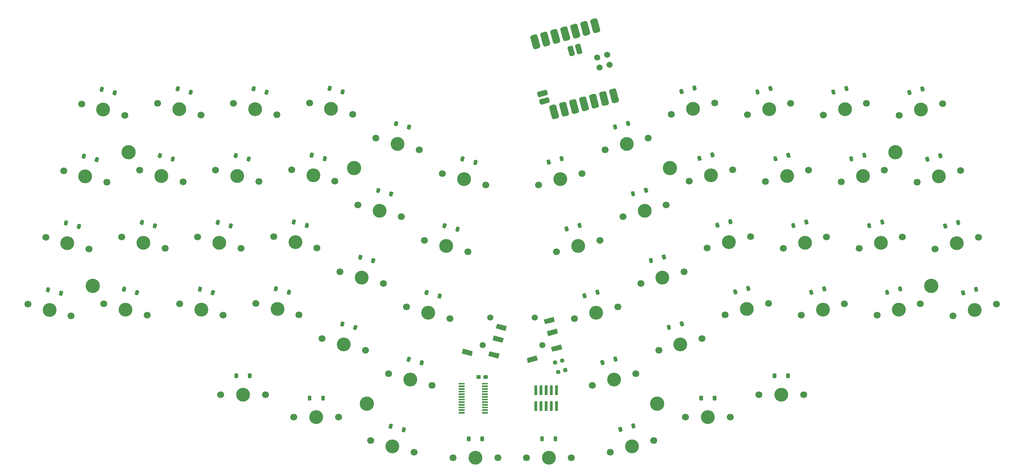
<source format=gts>
G04 #@! TF.GenerationSoftware,KiCad,Pcbnew,7.0.10-7.0.10~ubuntu22.04.1*
G04 #@! TF.CreationDate,2024-01-04T14:14:22+01:00*
G04 #@! TF.ProjectId,ergo56,6572676f-3536-42e6-9b69-6361645f7063,0.2*
G04 #@! TF.SameCoordinates,Original*
G04 #@! TF.FileFunction,Soldermask,Top*
G04 #@! TF.FilePolarity,Negative*
%FSLAX46Y46*%
G04 Gerber Fmt 4.6, Leading zero omitted, Abs format (unit mm)*
G04 Created by KiCad (PCBNEW 7.0.10-7.0.10~ubuntu22.04.1) date 2024-01-04 14:14:22*
%MOMM*%
%LPD*%
G01*
G04 APERTURE LIST*
%ADD10C,1.500000*%
%ADD11C,3.500000*%
%ADD12R,0.740000X2.400000*%
%ADD13C,1.700000*%
%ADD14C,3.400000*%
G04 APERTURE END LIST*
G36*
G01*
X170190735Y-114898718D02*
X169996621Y-114174274D01*
G75*
G02*
X170155720Y-113898707I217333J58234D01*
G01*
X170590386Y-113782239D01*
G75*
G02*
X170865953Y-113941338I58234J-217333D01*
G01*
X171060067Y-114665782D01*
G75*
G02*
X170900968Y-114941349I-217333J-58234D01*
G01*
X170466302Y-115057817D01*
G75*
G02*
X170190735Y-114898718I-58234J217333D01*
G01*
G37*
G36*
G01*
X173378291Y-114044616D02*
X173184177Y-113320172D01*
G75*
G02*
X173343276Y-113044605I217333J58234D01*
G01*
X173777942Y-112928137D01*
G75*
G02*
X174053509Y-113087236I58234J-217333D01*
G01*
X174247623Y-113811680D01*
G75*
G02*
X174088524Y-114087247I-217333J-58234D01*
G01*
X173653858Y-114203715D01*
G75*
G02*
X173378291Y-114044616I-58234J217333D01*
G01*
G37*
G36*
G01*
X202812947Y-97553178D02*
X202618833Y-96828734D01*
G75*
G02*
X202777932Y-96553167I217333J58234D01*
G01*
X203212598Y-96436699D01*
G75*
G02*
X203488165Y-96595798I58234J-217333D01*
G01*
X203682279Y-97320242D01*
G75*
G02*
X203523180Y-97595809I-217333J-58234D01*
G01*
X203088514Y-97712277D01*
G75*
G02*
X202812947Y-97553178I-58234J217333D01*
G01*
G37*
G36*
G01*
X206000503Y-96699076D02*
X205806389Y-95974632D01*
G75*
G02*
X205965488Y-95699065I217333J58234D01*
G01*
X206400154Y-95582597D01*
G75*
G02*
X206675721Y-95741696I58234J-217333D01*
G01*
X206869835Y-96466140D01*
G75*
G02*
X206710736Y-96741707I-217333J-58234D01*
G01*
X206276070Y-96858175D01*
G75*
G02*
X206000503Y-96699076I-58234J217333D01*
G01*
G37*
G36*
G01*
X221473686Y-97649329D02*
X221279572Y-96924885D01*
G75*
G02*
X221438671Y-96649318I217333J58234D01*
G01*
X221873337Y-96532850D01*
G75*
G02*
X222148904Y-96691949I58234J-217333D01*
G01*
X222343018Y-97416393D01*
G75*
G02*
X222183919Y-97691960I-217333J-58234D01*
G01*
X221749253Y-97808428D01*
G75*
G02*
X221473686Y-97649329I-58234J217333D01*
G01*
G37*
G36*
G01*
X224661242Y-96795227D02*
X224467128Y-96070783D01*
G75*
G02*
X224626227Y-95795216I217333J58234D01*
G01*
X225060893Y-95678748D01*
G75*
G02*
X225336460Y-95837847I58234J-217333D01*
G01*
X225530574Y-96562291D01*
G75*
G02*
X225371475Y-96837858I-217333J-58234D01*
G01*
X224936809Y-96954326D01*
G75*
G02*
X224661242Y-96795227I-58234J217333D01*
G01*
G37*
G36*
G01*
X240110505Y-97656237D02*
X239916391Y-96931793D01*
G75*
G02*
X240075490Y-96656226I217333J58234D01*
G01*
X240510156Y-96539758D01*
G75*
G02*
X240785723Y-96698857I58234J-217333D01*
G01*
X240979837Y-97423301D01*
G75*
G02*
X240820738Y-97698868I-217333J-58234D01*
G01*
X240386072Y-97815336D01*
G75*
G02*
X240110505Y-97656237I-58234J217333D01*
G01*
G37*
G36*
G01*
X243298061Y-96802135D02*
X243103947Y-96077691D01*
G75*
G02*
X243263046Y-95802124I217333J58234D01*
G01*
X243697712Y-95685656D01*
G75*
G02*
X243973279Y-95844755I58234J-217333D01*
G01*
X244167393Y-96569199D01*
G75*
G02*
X244008294Y-96844766I-217333J-58234D01*
G01*
X243573628Y-96961234D01*
G75*
G02*
X243298061Y-96802135I-58234J217333D01*
G01*
G37*
G36*
G01*
X258771241Y-97752375D02*
X258577127Y-97027931D01*
G75*
G02*
X258736226Y-96752364I217333J58234D01*
G01*
X259170892Y-96635896D01*
G75*
G02*
X259446459Y-96794995I58234J-217333D01*
G01*
X259640573Y-97519439D01*
G75*
G02*
X259481474Y-97795006I-217333J-58234D01*
G01*
X259046808Y-97911474D01*
G75*
G02*
X258771241Y-97752375I-58234J217333D01*
G01*
G37*
G36*
G01*
X261958797Y-96898273D02*
X261764683Y-96173829D01*
G75*
G02*
X261923782Y-95898262I217333J58234D01*
G01*
X262358448Y-95781794D01*
G75*
G02*
X262634015Y-95940893I58234J-217333D01*
G01*
X262828129Y-96665337D01*
G75*
G02*
X262669030Y-96940904I-217333J-58234D01*
G01*
X262234364Y-97057372D01*
G75*
G02*
X261958797Y-96898273I-58234J217333D01*
G01*
G37*
G36*
G01*
X38241810Y-80353316D02*
X38435924Y-79628872D01*
G75*
G02*
X38711491Y-79469773I217333J-58234D01*
G01*
X39146157Y-79586241D01*
G75*
G02*
X39305256Y-79861808I-58234J-217333D01*
G01*
X39111142Y-80586252D01*
G75*
G02*
X38835575Y-80745351I-217333J58234D01*
G01*
X38400909Y-80628883D01*
G75*
G02*
X38241810Y-80353316I58234J217333D01*
G01*
G37*
G36*
G01*
X41429366Y-81207418D02*
X41623480Y-80482974D01*
G75*
G02*
X41899047Y-80323875I217333J-58234D01*
G01*
X42333713Y-80440343D01*
G75*
G02*
X42492812Y-80715910I-58234J-217333D01*
G01*
X42298698Y-81440354D01*
G75*
G02*
X42023131Y-81599453I-217333J58234D01*
G01*
X41588465Y-81482985D01*
G75*
G02*
X41429366Y-81207418I58234J217333D01*
G01*
G37*
G36*
G01*
X56913681Y-80215633D02*
X57107795Y-79491189D01*
G75*
G02*
X57383362Y-79332090I217333J-58234D01*
G01*
X57818028Y-79448558D01*
G75*
G02*
X57977127Y-79724125I-58234J-217333D01*
G01*
X57783013Y-80448569D01*
G75*
G02*
X57507446Y-80607668I-217333J58234D01*
G01*
X57072780Y-80491200D01*
G75*
G02*
X56913681Y-80215633I58234J217333D01*
G01*
G37*
G36*
G01*
X60101237Y-81069735D02*
X60295351Y-80345291D01*
G75*
G02*
X60570918Y-80186192I217333J-58234D01*
G01*
X61005584Y-80302660D01*
G75*
G02*
X61164683Y-80578227I-58234J-217333D01*
G01*
X60970569Y-81302671D01*
G75*
G02*
X60695002Y-81461770I-217333J58234D01*
G01*
X60260336Y-81345302D01*
G75*
G02*
X60101237Y-81069735I58234J217333D01*
G01*
G37*
G36*
G01*
X75550388Y-80209138D02*
X75744502Y-79484694D01*
G75*
G02*
X76020069Y-79325595I217333J-58234D01*
G01*
X76454735Y-79442063D01*
G75*
G02*
X76613834Y-79717630I-58234J-217333D01*
G01*
X76419720Y-80442074D01*
G75*
G02*
X76144153Y-80601173I-217333J58234D01*
G01*
X75709487Y-80484705D01*
G75*
G02*
X75550388Y-80209138I58234J217333D01*
G01*
G37*
G36*
G01*
X78737944Y-81063240D02*
X78932058Y-80338796D01*
G75*
G02*
X79207625Y-80179697I217333J-58234D01*
G01*
X79642291Y-80296165D01*
G75*
G02*
X79801390Y-80571732I-58234J-217333D01*
G01*
X79607276Y-81296176D01*
G75*
G02*
X79331709Y-81455275I-217333J58234D01*
G01*
X78897043Y-81338807D01*
G75*
G02*
X78737944Y-81063240I58234J217333D01*
G01*
G37*
G36*
G01*
X94211133Y-80112984D02*
X94405247Y-79388540D01*
G75*
G02*
X94680814Y-79229441I217333J-58234D01*
G01*
X95115480Y-79345909D01*
G75*
G02*
X95274579Y-79621476I-58234J-217333D01*
G01*
X95080465Y-80345920D01*
G75*
G02*
X94804898Y-80505019I-217333J58234D01*
G01*
X94370232Y-80388551D01*
G75*
G02*
X94211133Y-80112984I58234J217333D01*
G01*
G37*
G36*
G01*
X97398689Y-80967086D02*
X97592803Y-80242642D01*
G75*
G02*
X97868370Y-80083543I217333J-58234D01*
G01*
X98303036Y-80200011D01*
G75*
G02*
X98462135Y-80475578I-58234J-217333D01*
G01*
X98268021Y-81200022D01*
G75*
G02*
X97992454Y-81359121I-217333J58234D01*
G01*
X97557788Y-81242653D01*
G75*
G02*
X97398689Y-80967086I58234J217333D01*
G01*
G37*
G36*
G01*
X110522234Y-88785758D02*
X110716348Y-88061314D01*
G75*
G02*
X110991915Y-87902215I217333J-58234D01*
G01*
X111426581Y-88018683D01*
G75*
G02*
X111585680Y-88294250I-58234J-217333D01*
G01*
X111391566Y-89018694D01*
G75*
G02*
X111115999Y-89177793I-217333J58234D01*
G01*
X110681333Y-89061325D01*
G75*
G02*
X110522234Y-88785758I58234J217333D01*
G01*
G37*
G36*
G01*
X113709790Y-89639860D02*
X113903904Y-88915416D01*
G75*
G02*
X114179471Y-88756317I217333J-58234D01*
G01*
X114614137Y-88872785D01*
G75*
G02*
X114773236Y-89148352I-58234J-217333D01*
G01*
X114579122Y-89872796D01*
G75*
G02*
X114303555Y-90031895I-217333J58234D01*
G01*
X113868889Y-89915427D01*
G75*
G02*
X113709790Y-89639860I58234J217333D01*
G01*
G37*
G36*
G01*
X126833339Y-97458538D02*
X127027453Y-96734094D01*
G75*
G02*
X127303020Y-96574995I217333J-58234D01*
G01*
X127737686Y-96691463D01*
G75*
G02*
X127896785Y-96967030I-58234J-217333D01*
G01*
X127702671Y-97691474D01*
G75*
G02*
X127427104Y-97850573I-217333J58234D01*
G01*
X126992438Y-97734105D01*
G75*
G02*
X126833339Y-97458538I58234J217333D01*
G01*
G37*
G36*
G01*
X130020895Y-98312640D02*
X130215009Y-97588196D01*
G75*
G02*
X130490576Y-97429097I217333J-58234D01*
G01*
X130925242Y-97545565D01*
G75*
G02*
X131084341Y-97821132I-58234J-217333D01*
G01*
X130890227Y-98545576D01*
G75*
G02*
X130614660Y-98704675I-217333J58234D01*
G01*
X130179994Y-98588207D01*
G75*
G02*
X130020895Y-98312640I58234J217333D01*
G01*
G37*
G36*
G01*
X165790800Y-98477972D02*
X165596686Y-97753528D01*
G75*
G02*
X165755785Y-97477961I217333J58234D01*
G01*
X166190451Y-97361493D01*
G75*
G02*
X166466018Y-97520592I58234J-217333D01*
G01*
X166660132Y-98245036D01*
G75*
G02*
X166501033Y-98520603I-217333J-58234D01*
G01*
X166066367Y-98637071D01*
G75*
G02*
X165790800Y-98477972I-58234J217333D01*
G01*
G37*
G36*
G01*
X168978356Y-97623870D02*
X168784242Y-96899426D01*
G75*
G02*
X168943341Y-96623859I217333J58234D01*
G01*
X169378007Y-96507391D01*
G75*
G02*
X169653574Y-96666490I58234J-217333D01*
G01*
X169847688Y-97390934D01*
G75*
G02*
X169688589Y-97666501I-217333J-58234D01*
G01*
X169253923Y-97782969D01*
G75*
G02*
X168978356Y-97623870I-58234J217333D01*
G01*
G37*
G36*
G01*
X182101913Y-89805207D02*
X181907799Y-89080763D01*
G75*
G02*
X182066898Y-88805196I217333J58234D01*
G01*
X182501564Y-88688728D01*
G75*
G02*
X182777131Y-88847827I58234J-217333D01*
G01*
X182971245Y-89572271D01*
G75*
G02*
X182812146Y-89847838I-217333J-58234D01*
G01*
X182377480Y-89964306D01*
G75*
G02*
X182101913Y-89805207I-58234J217333D01*
G01*
G37*
G36*
G01*
X185289469Y-88951105D02*
X185095355Y-88226661D01*
G75*
G02*
X185254454Y-87951094I217333J58234D01*
G01*
X185689120Y-87834626D01*
G75*
G02*
X185964687Y-87993725I58234J-217333D01*
G01*
X186158801Y-88718169D01*
G75*
G02*
X185999702Y-88993736I-217333J-58234D01*
G01*
X185565036Y-89110204D01*
G75*
G02*
X185289469Y-88951105I-58234J217333D01*
G01*
G37*
G36*
G01*
X198413029Y-81132429D02*
X198218915Y-80407985D01*
G75*
G02*
X198378014Y-80132418I217333J58234D01*
G01*
X198812680Y-80015950D01*
G75*
G02*
X199088247Y-80175049I58234J-217333D01*
G01*
X199282361Y-80899493D01*
G75*
G02*
X199123262Y-81175060I-217333J-58234D01*
G01*
X198688596Y-81291528D01*
G75*
G02*
X198413029Y-81132429I-58234J217333D01*
G01*
G37*
G36*
G01*
X201600585Y-80278327D02*
X201406471Y-79553883D01*
G75*
G02*
X201565570Y-79278316I217333J58234D01*
G01*
X202000236Y-79161848D01*
G75*
G02*
X202275803Y-79320947I58234J-217333D01*
G01*
X202469917Y-80045391D01*
G75*
G02*
X202310818Y-80320958I-217333J-58234D01*
G01*
X201876152Y-80437426D01*
G75*
G02*
X201600585Y-80278327I-58234J217333D01*
G01*
G37*
G36*
G01*
X217073757Y-81228577D02*
X216879643Y-80504133D01*
G75*
G02*
X217038742Y-80228566I217333J58234D01*
G01*
X217473408Y-80112098D01*
G75*
G02*
X217748975Y-80271197I58234J-217333D01*
G01*
X217943089Y-80995641D01*
G75*
G02*
X217783990Y-81271208I-217333J-58234D01*
G01*
X217349324Y-81387676D01*
G75*
G02*
X217073757Y-81228577I-58234J217333D01*
G01*
G37*
G36*
G01*
X220261313Y-80374475D02*
X220067199Y-79650031D01*
G75*
G02*
X220226298Y-79374464I217333J58234D01*
G01*
X220660964Y-79257996D01*
G75*
G02*
X220936531Y-79417095I58234J-217333D01*
G01*
X221130645Y-80141539D01*
G75*
G02*
X220971546Y-80417106I-217333J-58234D01*
G01*
X220536880Y-80533574D01*
G75*
G02*
X220261313Y-80374475I-58234J217333D01*
G01*
G37*
G36*
G01*
X235710584Y-81235475D02*
X235516470Y-80511031D01*
G75*
G02*
X235675569Y-80235464I217333J58234D01*
G01*
X236110235Y-80118996D01*
G75*
G02*
X236385802Y-80278095I58234J-217333D01*
G01*
X236579916Y-81002539D01*
G75*
G02*
X236420817Y-81278106I-217333J-58234D01*
G01*
X235986151Y-81394574D01*
G75*
G02*
X235710584Y-81235475I-58234J217333D01*
G01*
G37*
G36*
G01*
X238898140Y-80381373D02*
X238704026Y-79656929D01*
G75*
G02*
X238863125Y-79381362I217333J58234D01*
G01*
X239297791Y-79264894D01*
G75*
G02*
X239573358Y-79423993I58234J-217333D01*
G01*
X239767472Y-80148437D01*
G75*
G02*
X239608373Y-80424004I-217333J-58234D01*
G01*
X239173707Y-80540472D01*
G75*
G02*
X238898140Y-80381373I-58234J217333D01*
G01*
G37*
G36*
G01*
X254371324Y-81331628D02*
X254177210Y-80607184D01*
G75*
G02*
X254336309Y-80331617I217333J58234D01*
G01*
X254770975Y-80215149D01*
G75*
G02*
X255046542Y-80374248I58234J-217333D01*
G01*
X255240656Y-81098692D01*
G75*
G02*
X255081557Y-81374259I-217333J-58234D01*
G01*
X254646891Y-81490727D01*
G75*
G02*
X254371324Y-81331628I-58234J217333D01*
G01*
G37*
G36*
G01*
X257558880Y-80477526D02*
X257364766Y-79753082D01*
G75*
G02*
X257523865Y-79477515I217333J58234D01*
G01*
X257958531Y-79361047D01*
G75*
G02*
X258234098Y-79520146I58234J-217333D01*
G01*
X258428212Y-80244590D01*
G75*
G02*
X258269113Y-80520157I-217333J-58234D01*
G01*
X257834447Y-80636625D01*
G75*
G02*
X257558880Y-80477526I-58234J217333D01*
G01*
G37*
G36*
G01*
X42641745Y-63932587D02*
X42835859Y-63208143D01*
G75*
G02*
X43111426Y-63049044I217333J-58234D01*
G01*
X43546092Y-63165512D01*
G75*
G02*
X43705191Y-63441079I-58234J-217333D01*
G01*
X43511077Y-64165523D01*
G75*
G02*
X43235510Y-64324622I-217333J58234D01*
G01*
X42800844Y-64208154D01*
G75*
G02*
X42641745Y-63932587I58234J217333D01*
G01*
G37*
G36*
G01*
X45829301Y-64786689D02*
X46023415Y-64062245D01*
G75*
G02*
X46298982Y-63903146I217333J-58234D01*
G01*
X46733648Y-64019614D01*
G75*
G02*
X46892747Y-64295181I-58234J-217333D01*
G01*
X46698633Y-65019625D01*
G75*
G02*
X46423066Y-65178724I-217333J58234D01*
G01*
X45988400Y-65062256D01*
G75*
G02*
X45829301Y-64786689I58234J217333D01*
G01*
G37*
G36*
G01*
X61313606Y-63794885D02*
X61507720Y-63070441D01*
G75*
G02*
X61783287Y-62911342I217333J-58234D01*
G01*
X62217953Y-63027810D01*
G75*
G02*
X62377052Y-63303377I-58234J-217333D01*
G01*
X62182938Y-64027821D01*
G75*
G02*
X61907371Y-64186920I-217333J58234D01*
G01*
X61472705Y-64070452D01*
G75*
G02*
X61313606Y-63794885I58234J217333D01*
G01*
G37*
G36*
G01*
X64501162Y-64648987D02*
X64695276Y-63924543D01*
G75*
G02*
X64970843Y-63765444I217333J-58234D01*
G01*
X65405509Y-63881912D01*
G75*
G02*
X65564608Y-64157479I-58234J-217333D01*
G01*
X65370494Y-64881923D01*
G75*
G02*
X65094927Y-65041022I-217333J58234D01*
G01*
X64660261Y-64924554D01*
G75*
G02*
X64501162Y-64648987I58234J217333D01*
G01*
G37*
G36*
G01*
X79950308Y-63788405D02*
X80144422Y-63063961D01*
G75*
G02*
X80419989Y-62904862I217333J-58234D01*
G01*
X80854655Y-63021330D01*
G75*
G02*
X81013754Y-63296897I-58234J-217333D01*
G01*
X80819640Y-64021341D01*
G75*
G02*
X80544073Y-64180440I-217333J58234D01*
G01*
X80109407Y-64063972D01*
G75*
G02*
X79950308Y-63788405I58234J217333D01*
G01*
G37*
G36*
G01*
X83137864Y-64642507D02*
X83331978Y-63918063D01*
G75*
G02*
X83607545Y-63758964I217333J-58234D01*
G01*
X84042211Y-63875432D01*
G75*
G02*
X84201310Y-64150999I-58234J-217333D01*
G01*
X84007196Y-64875443D01*
G75*
G02*
X83731629Y-65034542I-217333J58234D01*
G01*
X83296963Y-64918074D01*
G75*
G02*
X83137864Y-64642507I58234J217333D01*
G01*
G37*
G36*
G01*
X98611058Y-63692255D02*
X98805172Y-62967811D01*
G75*
G02*
X99080739Y-62808712I217333J-58234D01*
G01*
X99515405Y-62925180D01*
G75*
G02*
X99674504Y-63200747I-58234J-217333D01*
G01*
X99480390Y-63925191D01*
G75*
G02*
X99204823Y-64084290I-217333J58234D01*
G01*
X98770157Y-63967822D01*
G75*
G02*
X98611058Y-63692255I58234J217333D01*
G01*
G37*
G36*
G01*
X101798614Y-64546357D02*
X101992728Y-63821913D01*
G75*
G02*
X102268295Y-63662814I217333J-58234D01*
G01*
X102702961Y-63779282D01*
G75*
G02*
X102862060Y-64054849I-58234J-217333D01*
G01*
X102667946Y-64779293D01*
G75*
G02*
X102392379Y-64938392I-217333J58234D01*
G01*
X101957713Y-64821924D01*
G75*
G02*
X101798614Y-64546357I58234J217333D01*
G01*
G37*
G36*
G01*
X114922164Y-72365026D02*
X115116278Y-71640582D01*
G75*
G02*
X115391845Y-71481483I217333J-58234D01*
G01*
X115826511Y-71597951D01*
G75*
G02*
X115985610Y-71873518I-58234J-217333D01*
G01*
X115791496Y-72597962D01*
G75*
G02*
X115515929Y-72757061I-217333J58234D01*
G01*
X115081263Y-72640593D01*
G75*
G02*
X114922164Y-72365026I58234J217333D01*
G01*
G37*
G36*
G01*
X118109720Y-73219128D02*
X118303834Y-72494684D01*
G75*
G02*
X118579401Y-72335585I217333J-58234D01*
G01*
X119014067Y-72452053D01*
G75*
G02*
X119173166Y-72727620I-58234J-217333D01*
G01*
X118979052Y-73452064D01*
G75*
G02*
X118703485Y-73611163I-217333J58234D01*
G01*
X118268819Y-73494695D01*
G75*
G02*
X118109720Y-73219128I58234J217333D01*
G01*
G37*
G36*
G01*
X131233263Y-81037801D02*
X131427377Y-80313357D01*
G75*
G02*
X131702944Y-80154258I217333J-58234D01*
G01*
X132137610Y-80270726D01*
G75*
G02*
X132296709Y-80546293I-58234J-217333D01*
G01*
X132102595Y-81270737D01*
G75*
G02*
X131827028Y-81429836I-217333J58234D01*
G01*
X131392362Y-81313368D01*
G75*
G02*
X131233263Y-81037801I58234J217333D01*
G01*
G37*
G36*
G01*
X134420819Y-81891903D02*
X134614933Y-81167459D01*
G75*
G02*
X134890500Y-81008360I217333J-58234D01*
G01*
X135325166Y-81124828D01*
G75*
G02*
X135484265Y-81400395I-58234J-217333D01*
G01*
X135290151Y-82124839D01*
G75*
G02*
X135014584Y-82283938I-217333J58234D01*
G01*
X134579918Y-82167470D01*
G75*
G02*
X134420819Y-81891903I58234J217333D01*
G01*
G37*
G36*
G01*
X161390874Y-82057236D02*
X161196760Y-81332792D01*
G75*
G02*
X161355859Y-81057225I217333J58234D01*
G01*
X161790525Y-80940757D01*
G75*
G02*
X162066092Y-81099856I58234J-217333D01*
G01*
X162260206Y-81824300D01*
G75*
G02*
X162101107Y-82099867I-217333J-58234D01*
G01*
X161666441Y-82216335D01*
G75*
G02*
X161390874Y-82057236I-58234J217333D01*
G01*
G37*
G36*
G01*
X164578430Y-81203134D02*
X164384316Y-80478690D01*
G75*
G02*
X164543415Y-80203123I217333J58234D01*
G01*
X164978081Y-80086655D01*
G75*
G02*
X165253648Y-80245754I58234J-217333D01*
G01*
X165447762Y-80970198D01*
G75*
G02*
X165288663Y-81245765I-217333J-58234D01*
G01*
X164853997Y-81362233D01*
G75*
G02*
X164578430Y-81203134I-58234J217333D01*
G01*
G37*
G36*
G01*
X177701990Y-73384476D02*
X177507876Y-72660032D01*
G75*
G02*
X177666975Y-72384465I217333J58234D01*
G01*
X178101641Y-72267997D01*
G75*
G02*
X178377208Y-72427096I58234J-217333D01*
G01*
X178571322Y-73151540D01*
G75*
G02*
X178412223Y-73427107I-217333J-58234D01*
G01*
X177977557Y-73543575D01*
G75*
G02*
X177701990Y-73384476I-58234J217333D01*
G01*
G37*
G36*
G01*
X180889546Y-72530374D02*
X180695432Y-71805930D01*
G75*
G02*
X180854531Y-71530363I217333J58234D01*
G01*
X181289197Y-71413895D01*
G75*
G02*
X181564764Y-71572994I58234J-217333D01*
G01*
X181758878Y-72297438D01*
G75*
G02*
X181599779Y-72573005I-217333J-58234D01*
G01*
X181165113Y-72689473D01*
G75*
G02*
X180889546Y-72530374I-58234J217333D01*
G01*
G37*
G36*
G01*
X194013103Y-64711695D02*
X193818989Y-63987251D01*
G75*
G02*
X193978088Y-63711684I217333J58234D01*
G01*
X194412754Y-63595216D01*
G75*
G02*
X194688321Y-63754315I58234J-217333D01*
G01*
X194882435Y-64478759D01*
G75*
G02*
X194723336Y-64754326I-217333J-58234D01*
G01*
X194288670Y-64870794D01*
G75*
G02*
X194013103Y-64711695I-58234J217333D01*
G01*
G37*
G36*
G01*
X197200659Y-63857593D02*
X197006545Y-63133149D01*
G75*
G02*
X197165644Y-62857582I217333J58234D01*
G01*
X197600310Y-62741114D01*
G75*
G02*
X197875877Y-62900213I58234J-217333D01*
G01*
X198069991Y-63624657D01*
G75*
G02*
X197910892Y-63900224I-217333J-58234D01*
G01*
X197476226Y-64016692D01*
G75*
G02*
X197200659Y-63857593I-58234J217333D01*
G01*
G37*
G36*
G01*
X212673847Y-64807847D02*
X212479733Y-64083403D01*
G75*
G02*
X212638832Y-63807836I217333J58234D01*
G01*
X213073498Y-63691368D01*
G75*
G02*
X213349065Y-63850467I58234J-217333D01*
G01*
X213543179Y-64574911D01*
G75*
G02*
X213384080Y-64850478I-217333J-58234D01*
G01*
X212949414Y-64966946D01*
G75*
G02*
X212673847Y-64807847I-58234J217333D01*
G01*
G37*
G36*
G01*
X215861403Y-63953745D02*
X215667289Y-63229301D01*
G75*
G02*
X215826388Y-62953734I217333J58234D01*
G01*
X216261054Y-62837266D01*
G75*
G02*
X216536621Y-62996365I58234J-217333D01*
G01*
X216730735Y-63720809D01*
G75*
G02*
X216571636Y-63996376I-217333J-58234D01*
G01*
X216136970Y-64112844D01*
G75*
G02*
X215861403Y-63953745I-58234J217333D01*
G01*
G37*
G36*
G01*
X231310663Y-64814761D02*
X231116549Y-64090317D01*
G75*
G02*
X231275648Y-63814750I217333J58234D01*
G01*
X231710314Y-63698282D01*
G75*
G02*
X231985881Y-63857381I58234J-217333D01*
G01*
X232179995Y-64581825D01*
G75*
G02*
X232020896Y-64857392I-217333J-58234D01*
G01*
X231586230Y-64973860D01*
G75*
G02*
X231310663Y-64814761I-58234J217333D01*
G01*
G37*
G36*
G01*
X234498219Y-63960659D02*
X234304105Y-63236215D01*
G75*
G02*
X234463204Y-62960648I217333J58234D01*
G01*
X234897870Y-62844180D01*
G75*
G02*
X235173437Y-63003279I58234J-217333D01*
G01*
X235367551Y-63727723D01*
G75*
G02*
X235208452Y-64003290I-217333J-58234D01*
G01*
X234773786Y-64119758D01*
G75*
G02*
X234498219Y-63960659I-58234J217333D01*
G01*
G37*
G36*
G01*
X249971390Y-64910891D02*
X249777276Y-64186447D01*
G75*
G02*
X249936375Y-63910880I217333J58234D01*
G01*
X250371041Y-63794412D01*
G75*
G02*
X250646608Y-63953511I58234J-217333D01*
G01*
X250840722Y-64677955D01*
G75*
G02*
X250681623Y-64953522I-217333J-58234D01*
G01*
X250246957Y-65069990D01*
G75*
G02*
X249971390Y-64910891I-58234J217333D01*
G01*
G37*
G36*
G01*
X253158946Y-64056789D02*
X252964832Y-63332345D01*
G75*
G02*
X253123931Y-63056778I217333J58234D01*
G01*
X253558597Y-62940310D01*
G75*
G02*
X253834164Y-63099409I58234J-217333D01*
G01*
X254028278Y-63823853D01*
G75*
G02*
X253869179Y-64099420I-217333J-58234D01*
G01*
X253434513Y-64215888D01*
G75*
G02*
X253158946Y-64056789I-58234J217333D01*
G01*
G37*
G36*
G01*
X98164573Y-123530996D02*
X98164573Y-122780996D01*
G75*
G02*
X98389573Y-122555996I225000J0D01*
G01*
X98839573Y-122555996D01*
G75*
G02*
X99064573Y-122780996I0J-225000D01*
G01*
X99064573Y-123530996D01*
G75*
G02*
X98839573Y-123755996I-225000J0D01*
G01*
X98389573Y-123755996D01*
G75*
G02*
X98164573Y-123530996I0J225000D01*
G01*
G37*
G36*
G01*
X101464573Y-123530996D02*
X101464573Y-122780996D01*
G75*
G02*
X101689573Y-122555996I225000J0D01*
G01*
X102139573Y-122555996D01*
G75*
G02*
X102364573Y-122780996I0J-225000D01*
G01*
X102364573Y-123530996D01*
G75*
G02*
X102139573Y-123755996I-225000J0D01*
G01*
X101689573Y-123755996D01*
G75*
G02*
X101464573Y-123530996I0J225000D01*
G01*
G37*
G36*
G01*
X118024590Y-130330465D02*
X118218704Y-129606021D01*
G75*
G02*
X118494271Y-129446922I217333J-58234D01*
G01*
X118928937Y-129563390D01*
G75*
G02*
X119088036Y-129838957I-58234J-217333D01*
G01*
X118893922Y-130563401D01*
G75*
G02*
X118618355Y-130722500I-217333J58234D01*
G01*
X118183689Y-130606032D01*
G75*
G02*
X118024590Y-130330465I58234J217333D01*
G01*
G37*
G36*
G01*
X121212146Y-131184567D02*
X121406260Y-130460123D01*
G75*
G02*
X121681827Y-130301024I217333J-58234D01*
G01*
X122116493Y-130417492D01*
G75*
G02*
X122275592Y-130693059I-58234J-217333D01*
G01*
X122081478Y-131417503D01*
G75*
G02*
X121805911Y-131576602I-217333J58234D01*
G01*
X121371245Y-131460134D01*
G75*
G02*
X121212146Y-131184567I58234J217333D01*
G01*
G37*
G36*
G01*
X137250572Y-133549992D02*
X137250572Y-132799992D01*
G75*
G02*
X137475572Y-132574992I225000J0D01*
G01*
X137925572Y-132574992D01*
G75*
G02*
X138150572Y-132799992I0J-225000D01*
G01*
X138150572Y-133549992D01*
G75*
G02*
X137925572Y-133774992I-225000J0D01*
G01*
X137475572Y-133774992D01*
G75*
G02*
X137250572Y-133549992I0J225000D01*
G01*
G37*
G36*
G01*
X140550572Y-133549992D02*
X140550572Y-132799992D01*
G75*
G02*
X140775572Y-132574992I225000J0D01*
G01*
X141225572Y-132574992D01*
G75*
G02*
X141450572Y-132799992I0J-225000D01*
G01*
X141450572Y-133549992D01*
G75*
G02*
X141225572Y-133774992I-225000J0D01*
G01*
X140775572Y-133774992D01*
G75*
G02*
X140550572Y-133549992I0J225000D01*
G01*
G37*
G36*
G01*
X174594218Y-131321103D02*
X174400104Y-130596659D01*
G75*
G02*
X174559203Y-130321092I217333J58234D01*
G01*
X174993869Y-130204624D01*
G75*
G02*
X175269436Y-130363723I58234J-217333D01*
G01*
X175463550Y-131088167D01*
G75*
G02*
X175304451Y-131363734I-217333J-58234D01*
G01*
X174869785Y-131480202D01*
G75*
G02*
X174594218Y-131321103I-58234J217333D01*
G01*
G37*
G36*
G01*
X177781774Y-130467001D02*
X177587660Y-129742557D01*
G75*
G02*
X177746759Y-129466990I217333J58234D01*
G01*
X178181425Y-129350522D01*
G75*
G02*
X178456992Y-129509621I58234J-217333D01*
G01*
X178651106Y-130234065D01*
G75*
G02*
X178492007Y-130509632I-217333J-58234D01*
G01*
X178057341Y-130626100D01*
G75*
G02*
X177781774Y-130467001I-58234J217333D01*
G01*
G37*
G36*
G01*
X194336821Y-123530674D02*
X194336821Y-122780674D01*
G75*
G02*
X194561821Y-122555674I225000J0D01*
G01*
X195011821Y-122555674D01*
G75*
G02*
X195236821Y-122780674I0J-225000D01*
G01*
X195236821Y-123530674D01*
G75*
G02*
X195011821Y-123755674I-225000J0D01*
G01*
X194561821Y-123755674D01*
G75*
G02*
X194336821Y-123530674I0J225000D01*
G01*
G37*
G36*
G01*
X197636821Y-123530674D02*
X197636821Y-122780674D01*
G75*
G02*
X197861821Y-122555674I225000J0D01*
G01*
X198311821Y-122555674D01*
G75*
G02*
X198536821Y-122780674I0J-225000D01*
G01*
X198536821Y-123530674D01*
G75*
G02*
X198311821Y-123755674I-225000J0D01*
G01*
X197861821Y-123755674D01*
G75*
G02*
X197636821Y-123530674I0J225000D01*
G01*
G37*
G36*
G01*
X33841895Y-96774061D02*
X34036009Y-96049617D01*
G75*
G02*
X34311576Y-95890518I217333J-58234D01*
G01*
X34746242Y-96006986D01*
G75*
G02*
X34905341Y-96282553I-58234J-217333D01*
G01*
X34711227Y-97006997D01*
G75*
G02*
X34435660Y-97166096I-217333J58234D01*
G01*
X34000994Y-97049628D01*
G75*
G02*
X33841895Y-96774061I58234J217333D01*
G01*
G37*
G36*
G01*
X37029451Y-97628163D02*
X37223565Y-96903719D01*
G75*
G02*
X37499132Y-96744620I217333J-58234D01*
G01*
X37933798Y-96861088D01*
G75*
G02*
X38092897Y-97136655I-58234J-217333D01*
G01*
X37898783Y-97861099D01*
G75*
G02*
X37623216Y-98020198I-217333J58234D01*
G01*
X37188550Y-97903730D01*
G75*
G02*
X37029451Y-97628163I58234J217333D01*
G01*
G37*
G36*
G01*
X52513750Y-96636378D02*
X52707864Y-95911934D01*
G75*
G02*
X52983431Y-95752835I217333J-58234D01*
G01*
X53418097Y-95869303D01*
G75*
G02*
X53577196Y-96144870I-58234J-217333D01*
G01*
X53383082Y-96869314D01*
G75*
G02*
X53107515Y-97028413I-217333J58234D01*
G01*
X52672849Y-96911945D01*
G75*
G02*
X52513750Y-96636378I58234J217333D01*
G01*
G37*
G36*
G01*
X55701306Y-97490480D02*
X55895420Y-96766036D01*
G75*
G02*
X56170987Y-96606937I217333J-58234D01*
G01*
X56605653Y-96723405D01*
G75*
G02*
X56764752Y-96998972I-58234J-217333D01*
G01*
X56570638Y-97723416D01*
G75*
G02*
X56295071Y-97882515I-217333J58234D01*
G01*
X55860405Y-97766047D01*
G75*
G02*
X55701306Y-97490480I58234J217333D01*
G01*
G37*
G36*
G01*
X71150465Y-96629883D02*
X71344579Y-95905439D01*
G75*
G02*
X71620146Y-95746340I217333J-58234D01*
G01*
X72054812Y-95862808D01*
G75*
G02*
X72213911Y-96138375I-58234J-217333D01*
G01*
X72019797Y-96862819D01*
G75*
G02*
X71744230Y-97021918I-217333J58234D01*
G01*
X71309564Y-96905450D01*
G75*
G02*
X71150465Y-96629883I58234J217333D01*
G01*
G37*
G36*
G01*
X74338021Y-97483985D02*
X74532135Y-96759541D01*
G75*
G02*
X74807702Y-96600442I217333J-58234D01*
G01*
X75242368Y-96716910D01*
G75*
G02*
X75401467Y-96992477I-58234J-217333D01*
G01*
X75207353Y-97716921D01*
G75*
G02*
X74931786Y-97876020I-217333J58234D01*
G01*
X74497120Y-97759552D01*
G75*
G02*
X74338021Y-97483985I58234J217333D01*
G01*
G37*
G36*
G01*
X89811196Y-96533735D02*
X90005310Y-95809291D01*
G75*
G02*
X90280877Y-95650192I217333J-58234D01*
G01*
X90715543Y-95766660D01*
G75*
G02*
X90874642Y-96042227I-58234J-217333D01*
G01*
X90680528Y-96766671D01*
G75*
G02*
X90404961Y-96925770I-217333J58234D01*
G01*
X89970295Y-96809302D01*
G75*
G02*
X89811196Y-96533735I58234J217333D01*
G01*
G37*
G36*
G01*
X92998752Y-97387837D02*
X93192866Y-96663393D01*
G75*
G02*
X93468433Y-96504294I217333J-58234D01*
G01*
X93903099Y-96620762D01*
G75*
G02*
X94062198Y-96896329I-58234J-217333D01*
G01*
X93868084Y-97620773D01*
G75*
G02*
X93592517Y-97779872I-217333J58234D01*
G01*
X93157851Y-97663404D01*
G75*
G02*
X92998752Y-97387837I58234J217333D01*
G01*
G37*
G36*
G01*
X106122315Y-105206501D02*
X106316429Y-104482057D01*
G75*
G02*
X106591996Y-104322958I217333J-58234D01*
G01*
X107026662Y-104439426D01*
G75*
G02*
X107185761Y-104714993I-58234J-217333D01*
G01*
X106991647Y-105439437D01*
G75*
G02*
X106716080Y-105598536I-217333J58234D01*
G01*
X106281414Y-105482068D01*
G75*
G02*
X106122315Y-105206501I58234J217333D01*
G01*
G37*
G36*
G01*
X109309871Y-106060603D02*
X109503985Y-105336159D01*
G75*
G02*
X109779552Y-105177060I217333J-58234D01*
G01*
X110214218Y-105293528D01*
G75*
G02*
X110373317Y-105569095I-58234J-217333D01*
G01*
X110179203Y-106293539D01*
G75*
G02*
X109903636Y-106452638I-217333J58234D01*
G01*
X109468970Y-106336170D01*
G75*
G02*
X109309871Y-106060603I58234J217333D01*
G01*
G37*
G36*
G01*
X122433425Y-113879269D02*
X122627539Y-113154825D01*
G75*
G02*
X122903106Y-112995726I217333J-58234D01*
G01*
X123337772Y-113112194D01*
G75*
G02*
X123496871Y-113387761I-58234J-217333D01*
G01*
X123302757Y-114112205D01*
G75*
G02*
X123027190Y-114271304I-217333J58234D01*
G01*
X122592524Y-114154836D01*
G75*
G02*
X122433425Y-113879269I58234J217333D01*
G01*
G37*
G36*
G01*
X125620981Y-114733371D02*
X125815095Y-114008927D01*
G75*
G02*
X126090662Y-113849828I217333J-58234D01*
G01*
X126525328Y-113966296D01*
G75*
G02*
X126684427Y-114241863I-58234J-217333D01*
G01*
X126490313Y-114966307D01*
G75*
G02*
X126214746Y-115125406I-217333J58234D01*
G01*
X125780080Y-115008938D01*
G75*
G02*
X125620981Y-114733371I58234J217333D01*
G01*
G37*
G36*
G01*
X186501844Y-106225944D02*
X186307730Y-105501500D01*
G75*
G02*
X186466829Y-105225933I217333J58234D01*
G01*
X186901495Y-105109465D01*
G75*
G02*
X187177062Y-105268564I58234J-217333D01*
G01*
X187371176Y-105993008D01*
G75*
G02*
X187212077Y-106268575I-217333J-58234D01*
G01*
X186777411Y-106385043D01*
G75*
G02*
X186501844Y-106225944I-58234J217333D01*
G01*
G37*
G36*
G01*
X189689400Y-105371842D02*
X189495286Y-104647398D01*
G75*
G02*
X189654385Y-104371831I217333J58234D01*
G01*
X190089051Y-104255363D01*
G75*
G02*
X190364618Y-104414462I58234J-217333D01*
G01*
X190558732Y-105138906D01*
G75*
G02*
X190399633Y-105414473I-217333J-58234D01*
G01*
X189964967Y-105530941D01*
G75*
G02*
X189689400Y-105371842I-58234J217333D01*
G01*
G37*
D10*
X142971411Y-103387234D03*
X141159678Y-110148715D03*
G36*
X144644443Y-104870798D02*
G01*
X147059258Y-105517845D01*
X146748675Y-106676956D01*
X144333860Y-106029909D01*
X144644443Y-104870798D01*
G37*
G36*
X143867986Y-107768576D02*
G01*
X146282801Y-108415623D01*
X145972218Y-109574734D01*
X143557403Y-108927687D01*
X143867986Y-107768576D01*
G37*
G36*
X136269491Y-111012474D02*
G01*
X138684306Y-111659521D01*
X138373723Y-112818632D01*
X135958908Y-112171585D01*
X136269491Y-111012474D01*
G37*
G36*
X142832710Y-111632279D02*
G01*
X145247525Y-112279326D01*
X144936942Y-113438437D01*
X142522127Y-112791390D01*
X142832710Y-111632279D01*
G37*
G36*
G01*
X65713511Y-47374117D02*
X65907625Y-46649673D01*
G75*
G02*
X66183192Y-46490574I217333J-58234D01*
G01*
X66617858Y-46607042D01*
G75*
G02*
X66776957Y-46882609I-58234J-217333D01*
G01*
X66582843Y-47607053D01*
G75*
G02*
X66307276Y-47766152I-217333J58234D01*
G01*
X65872610Y-47649684D01*
G75*
G02*
X65713511Y-47374117I58234J217333D01*
G01*
G37*
G36*
G01*
X68901067Y-48228219D02*
X69095181Y-47503775D01*
G75*
G02*
X69370748Y-47344676I217333J-58234D01*
G01*
X69805414Y-47461144D01*
G75*
G02*
X69964513Y-47736711I-58234J-217333D01*
G01*
X69770399Y-48461155D01*
G75*
G02*
X69494832Y-48620254I-217333J58234D01*
G01*
X69060166Y-48503786D01*
G75*
G02*
X68901067Y-48228219I58234J217333D01*
G01*
G37*
D11*
X251294969Y-95575136D03*
X112672016Y-124571755D03*
G36*
G01*
X156991010Y-65636496D02*
X156796896Y-64912052D01*
G75*
G02*
X156955995Y-64636485I217333J58234D01*
G01*
X157390661Y-64520017D01*
G75*
G02*
X157666228Y-64679116I58234J-217333D01*
G01*
X157860342Y-65403560D01*
G75*
G02*
X157701243Y-65679127I-217333J-58234D01*
G01*
X157266577Y-65795595D01*
G75*
G02*
X156991010Y-65636496I-58234J217333D01*
G01*
G37*
G36*
G01*
X160178566Y-64782394D02*
X159984452Y-64057950D01*
G75*
G02*
X160143551Y-63782383I217333J58234D01*
G01*
X160578217Y-63665915D01*
G75*
G02*
X160853784Y-63825014I58234J-217333D01*
G01*
X161047898Y-64549458D01*
G75*
G02*
X160888799Y-64825025I-217333J-58234D01*
G01*
X160454133Y-64941493D01*
G75*
G02*
X160178566Y-64782394I-58234J217333D01*
G01*
G37*
X242495081Y-62733607D03*
G36*
G01*
X142370000Y-117745500D02*
X142370000Y-118220500D01*
G75*
G02*
X142132500Y-118458000I-237500J0D01*
G01*
X141532500Y-118458000D01*
G75*
G02*
X141295000Y-118220500I0J237500D01*
G01*
X141295000Y-117745500D01*
G75*
G02*
X141532500Y-117508000I237500J0D01*
G01*
X142132500Y-117508000D01*
G75*
G02*
X142370000Y-117745500I0J-237500D01*
G01*
G37*
G36*
G01*
X140645000Y-117745500D02*
X140645000Y-118220500D01*
G75*
G02*
X140407500Y-118458000I-237500J0D01*
G01*
X139807500Y-118458000D01*
G75*
G02*
X139570000Y-118220500I0J237500D01*
G01*
X139570000Y-117745500D01*
G75*
G02*
X139807500Y-117508000I237500J0D01*
G01*
X140407500Y-117508000D01*
G75*
G02*
X140645000Y-117745500I0J-237500D01*
G01*
G37*
G36*
G01*
X226910725Y-48393992D02*
X226716611Y-47669548D01*
G75*
G02*
X226875710Y-47393981I217333J58234D01*
G01*
X227310376Y-47277513D01*
G75*
G02*
X227585943Y-47436612I58234J-217333D01*
G01*
X227780057Y-48161056D01*
G75*
G02*
X227620958Y-48436623I-217333J-58234D01*
G01*
X227186292Y-48553091D01*
G75*
G02*
X226910725Y-48393992I-58234J217333D01*
G01*
G37*
G36*
G01*
X230098281Y-47539890D02*
X229904167Y-46815446D01*
G75*
G02*
X230063266Y-46539879I217333J58234D01*
G01*
X230497932Y-46423411D01*
G75*
G02*
X230773499Y-46582510I58234J-217333D01*
G01*
X230967613Y-47306954D01*
G75*
G02*
X230808514Y-47582521I-217333J-58234D01*
G01*
X230373848Y-47698989D01*
G75*
G02*
X230098281Y-47539890I-58234J217333D01*
G01*
G37*
G36*
G01*
X173302070Y-56963767D02*
X173107956Y-56239323D01*
G75*
G02*
X173267055Y-55963756I217333J58234D01*
G01*
X173701721Y-55847288D01*
G75*
G02*
X173977288Y-56006387I58234J-217333D01*
G01*
X174171402Y-56730831D01*
G75*
G02*
X174012303Y-57006398I-217333J-58234D01*
G01*
X173577637Y-57122866D01*
G75*
G02*
X173302070Y-56963767I-58234J217333D01*
G01*
G37*
G36*
G01*
X176489626Y-56109665D02*
X176295512Y-55385221D01*
G75*
G02*
X176454611Y-55109654I217333J58234D01*
G01*
X176889277Y-54993186D01*
G75*
G02*
X177164844Y-55152285I58234J-217333D01*
G01*
X177358958Y-55876729D01*
G75*
G02*
X177199859Y-56152296I-217333J-58234D01*
G01*
X176765193Y-56268764D01*
G75*
G02*
X176489626Y-56109665I-58234J217333D01*
G01*
G37*
X187139552Y-66624529D03*
G36*
G01*
X161822376Y-115916776D02*
X161945315Y-116375591D01*
G75*
G02*
X161777378Y-116666468I-229407J-61470D01*
G01*
X161294415Y-116795877D01*
G75*
G02*
X161003538Y-116627940I-61470J229407D01*
G01*
X160880599Y-116169125D01*
G75*
G02*
X161048536Y-115878248I229407J61470D01*
G01*
X161531499Y-115748839D01*
G75*
G02*
X161822376Y-115916776I61470J-229407D01*
G01*
G37*
G36*
G01*
X160059562Y-116389120D02*
X160182501Y-116847935D01*
G75*
G02*
X160014564Y-117138812I-229407J-61470D01*
G01*
X159531601Y-117268221D01*
G75*
G02*
X159240724Y-117100284I-61470J229407D01*
G01*
X159117785Y-116641469D01*
G75*
G02*
X159285722Y-116350592I229407J61470D01*
G01*
X159768685Y-116221183D01*
G75*
G02*
X160059562Y-116389120I61470J-229407D01*
G01*
G37*
G36*
G01*
X245570987Y-48489900D02*
X245376873Y-47765456D01*
G75*
G02*
X245535972Y-47489889I217333J58234D01*
G01*
X245970638Y-47373421D01*
G75*
G02*
X246246205Y-47532520I58234J-217333D01*
G01*
X246440319Y-48256964D01*
G75*
G02*
X246281220Y-48532531I-217333J-58234D01*
G01*
X245846554Y-48648999D01*
G75*
G02*
X245570987Y-48489900I-58234J217333D01*
G01*
G37*
G36*
G01*
X248758543Y-47635798D02*
X248564429Y-46911354D01*
G75*
G02*
X248723528Y-46635787I217333J58234D01*
G01*
X249158194Y-46519319D01*
G75*
G02*
X249433761Y-46678418I58234J-217333D01*
G01*
X249627875Y-47402862D01*
G75*
G02*
X249468776Y-47678429I-217333J-58234D01*
G01*
X249034110Y-47794897D01*
G75*
G02*
X248758543Y-47635798I-58234J217333D01*
G01*
G37*
G36*
G01*
X119322062Y-55944301D02*
X119516176Y-55219857D01*
G75*
G02*
X119791743Y-55060758I217333J-58234D01*
G01*
X120226409Y-55177226D01*
G75*
G02*
X120385508Y-55452793I-58234J-217333D01*
G01*
X120191394Y-56177237D01*
G75*
G02*
X119915827Y-56336336I-217333J58234D01*
G01*
X119481161Y-56219868D01*
G75*
G02*
X119322062Y-55944301I58234J217333D01*
G01*
G37*
G36*
G01*
X122509618Y-56798403D02*
X122703732Y-56073959D01*
G75*
G02*
X122979299Y-55914860I217333J-58234D01*
G01*
X123413965Y-56031328D01*
G75*
G02*
X123573064Y-56306895I-58234J-217333D01*
G01*
X123378950Y-57031339D01*
G75*
G02*
X123103383Y-57190438I-217333J58234D01*
G01*
X122668717Y-57073970D01*
G75*
G02*
X122509618Y-56798403I58234J217333D01*
G01*
G37*
D12*
X159261550Y-121244530D03*
X159261550Y-125144530D03*
X157991550Y-121244530D03*
X157991550Y-125144530D03*
X156721550Y-121244530D03*
X156721550Y-125144530D03*
X155451550Y-121244530D03*
X155451550Y-125144530D03*
X154181550Y-121244530D03*
X154181550Y-125144530D03*
G36*
G01*
X212337165Y-118048497D02*
X212337165Y-117298497D01*
G75*
G02*
X212562165Y-117073497I225000J0D01*
G01*
X213012165Y-117073497D01*
G75*
G02*
X213237165Y-117298497I0J-225000D01*
G01*
X213237165Y-118048497D01*
G75*
G02*
X213012165Y-118273497I-225000J0D01*
G01*
X212562165Y-118273497D01*
G75*
G02*
X212337165Y-118048497I0J225000D01*
G01*
G37*
G36*
G01*
X215637165Y-118048497D02*
X215637165Y-117298497D01*
G75*
G02*
X215862165Y-117073497I225000J0D01*
G01*
X216312165Y-117073497D01*
G75*
G02*
X216537165Y-117298497I0J-225000D01*
G01*
X216537165Y-118048497D01*
G75*
G02*
X216312165Y-118273497I-225000J0D01*
G01*
X215862165Y-118273497D01*
G75*
G02*
X215637165Y-118048497I0J225000D01*
G01*
G37*
G36*
G01*
X135633221Y-64617045D02*
X135827335Y-63892601D01*
G75*
G02*
X136102902Y-63733502I217333J-58234D01*
G01*
X136537568Y-63849970D01*
G75*
G02*
X136696667Y-64125537I-58234J-217333D01*
G01*
X136502553Y-64849981D01*
G75*
G02*
X136226986Y-65009080I-217333J58234D01*
G01*
X135792320Y-64892612D01*
G75*
G02*
X135633221Y-64617045I58234J217333D01*
G01*
G37*
G36*
G01*
X138820777Y-65471147D02*
X139014891Y-64746703D01*
G75*
G02*
X139290458Y-64587604I217333J-58234D01*
G01*
X139725124Y-64704072D01*
G75*
G02*
X139884223Y-64979639I-58234J-217333D01*
G01*
X139690109Y-65704083D01*
G75*
G02*
X139414542Y-65863182I-217333J58234D01*
G01*
X138979876Y-65746714D01*
G75*
G02*
X138820777Y-65471147I58234J217333D01*
G01*
G37*
D10*
X153924918Y-103401916D03*
X155736651Y-110163397D03*
G36*
X156115588Y-103850204D02*
G01*
X158530403Y-103203157D01*
X158840986Y-104362268D01*
X156426171Y-105009315D01*
X156115588Y-103850204D01*
G37*
G36*
X156892046Y-106747981D02*
G01*
X159306861Y-106100934D01*
X159617444Y-107260045D01*
X157202629Y-107907092D01*
X156892046Y-106747981D01*
G37*
G36*
X151933505Y-113356527D02*
G01*
X154348320Y-112709480D01*
X154658903Y-113868591D01*
X152244088Y-114515638D01*
X151933505Y-113356527D01*
G37*
G36*
X157927322Y-110611684D02*
G01*
X160342137Y-109964637D01*
X160652720Y-111123748D01*
X158237905Y-111770795D01*
X157927322Y-110611684D01*
G37*
G36*
G01*
X135214550Y-119719530D02*
X135214550Y-119519530D01*
G75*
G02*
X135314550Y-119419530I100000J0D01*
G01*
X136589550Y-119419530D01*
G75*
G02*
X136689550Y-119519530I0J-100000D01*
G01*
X136689550Y-119719530D01*
G75*
G02*
X136589550Y-119819530I-100000J0D01*
G01*
X135314550Y-119819530D01*
G75*
G02*
X135214550Y-119719530I0J100000D01*
G01*
G37*
G36*
G01*
X135214550Y-120369530D02*
X135214550Y-120169530D01*
G75*
G02*
X135314550Y-120069530I100000J0D01*
G01*
X136589550Y-120069530D01*
G75*
G02*
X136689550Y-120169530I0J-100000D01*
G01*
X136689550Y-120369530D01*
G75*
G02*
X136589550Y-120469530I-100000J0D01*
G01*
X135314550Y-120469530D01*
G75*
G02*
X135214550Y-120369530I0J100000D01*
G01*
G37*
G36*
G01*
X135214550Y-121019530D02*
X135214550Y-120819530D01*
G75*
G02*
X135314550Y-120719530I100000J0D01*
G01*
X136589550Y-120719530D01*
G75*
G02*
X136689550Y-120819530I0J-100000D01*
G01*
X136689550Y-121019530D01*
G75*
G02*
X136589550Y-121119530I-100000J0D01*
G01*
X135314550Y-121119530D01*
G75*
G02*
X135214550Y-121019530I0J100000D01*
G01*
G37*
G36*
G01*
X135214550Y-121669530D02*
X135214550Y-121469530D01*
G75*
G02*
X135314550Y-121369530I100000J0D01*
G01*
X136589550Y-121369530D01*
G75*
G02*
X136689550Y-121469530I0J-100000D01*
G01*
X136689550Y-121669530D01*
G75*
G02*
X136589550Y-121769530I-100000J0D01*
G01*
X135314550Y-121769530D01*
G75*
G02*
X135214550Y-121669530I0J100000D01*
G01*
G37*
G36*
G01*
X135214550Y-122319530D02*
X135214550Y-122119530D01*
G75*
G02*
X135314550Y-122019530I100000J0D01*
G01*
X136589550Y-122019530D01*
G75*
G02*
X136689550Y-122119530I0J-100000D01*
G01*
X136689550Y-122319530D01*
G75*
G02*
X136589550Y-122419530I-100000J0D01*
G01*
X135314550Y-122419530D01*
G75*
G02*
X135214550Y-122319530I0J100000D01*
G01*
G37*
G36*
G01*
X135214550Y-122969530D02*
X135214550Y-122769530D01*
G75*
G02*
X135314550Y-122669530I100000J0D01*
G01*
X136589550Y-122669530D01*
G75*
G02*
X136689550Y-122769530I0J-100000D01*
G01*
X136689550Y-122969530D01*
G75*
G02*
X136589550Y-123069530I-100000J0D01*
G01*
X135314550Y-123069530D01*
G75*
G02*
X135214550Y-122969530I0J100000D01*
G01*
G37*
G36*
G01*
X135214550Y-123619530D02*
X135214550Y-123419530D01*
G75*
G02*
X135314550Y-123319530I100000J0D01*
G01*
X136589550Y-123319530D01*
G75*
G02*
X136689550Y-123419530I0J-100000D01*
G01*
X136689550Y-123619530D01*
G75*
G02*
X136589550Y-123719530I-100000J0D01*
G01*
X135314550Y-123719530D01*
G75*
G02*
X135214550Y-123619530I0J100000D01*
G01*
G37*
G36*
G01*
X135214550Y-124269530D02*
X135214550Y-124069530D01*
G75*
G02*
X135314550Y-123969530I100000J0D01*
G01*
X136589550Y-123969530D01*
G75*
G02*
X136689550Y-124069530I0J-100000D01*
G01*
X136689550Y-124269530D01*
G75*
G02*
X136589550Y-124369530I-100000J0D01*
G01*
X135314550Y-124369530D01*
G75*
G02*
X135214550Y-124269530I0J100000D01*
G01*
G37*
G36*
G01*
X135214550Y-124919530D02*
X135214550Y-124719530D01*
G75*
G02*
X135314550Y-124619530I100000J0D01*
G01*
X136589550Y-124619530D01*
G75*
G02*
X136689550Y-124719530I0J-100000D01*
G01*
X136689550Y-124919530D01*
G75*
G02*
X136589550Y-125019530I-100000J0D01*
G01*
X135314550Y-125019530D01*
G75*
G02*
X135214550Y-124919530I0J100000D01*
G01*
G37*
G36*
G01*
X135214550Y-125569530D02*
X135214550Y-125369530D01*
G75*
G02*
X135314550Y-125269530I100000J0D01*
G01*
X136589550Y-125269530D01*
G75*
G02*
X136689550Y-125369530I0J-100000D01*
G01*
X136689550Y-125569530D01*
G75*
G02*
X136589550Y-125669530I-100000J0D01*
G01*
X135314550Y-125669530D01*
G75*
G02*
X135214550Y-125569530I0J100000D01*
G01*
G37*
G36*
G01*
X135214550Y-126219530D02*
X135214550Y-126019530D01*
G75*
G02*
X135314550Y-125919530I100000J0D01*
G01*
X136589550Y-125919530D01*
G75*
G02*
X136689550Y-126019530I0J-100000D01*
G01*
X136689550Y-126219530D01*
G75*
G02*
X136589550Y-126319530I-100000J0D01*
G01*
X135314550Y-126319530D01*
G75*
G02*
X135214550Y-126219530I0J100000D01*
G01*
G37*
G36*
G01*
X135214550Y-126869530D02*
X135214550Y-126669530D01*
G75*
G02*
X135314550Y-126569530I100000J0D01*
G01*
X136589550Y-126569530D01*
G75*
G02*
X136689550Y-126669530I0J-100000D01*
G01*
X136689550Y-126869530D01*
G75*
G02*
X136589550Y-126969530I-100000J0D01*
G01*
X135314550Y-126969530D01*
G75*
G02*
X135214550Y-126869530I0J100000D01*
G01*
G37*
G36*
G01*
X140939550Y-126869530D02*
X140939550Y-126669530D01*
G75*
G02*
X141039550Y-126569530I100000J0D01*
G01*
X142314550Y-126569530D01*
G75*
G02*
X142414550Y-126669530I0J-100000D01*
G01*
X142414550Y-126869530D01*
G75*
G02*
X142314550Y-126969530I-100000J0D01*
G01*
X141039550Y-126969530D01*
G75*
G02*
X140939550Y-126869530I0J100000D01*
G01*
G37*
G36*
G01*
X140939550Y-126219530D02*
X140939550Y-126019530D01*
G75*
G02*
X141039550Y-125919530I100000J0D01*
G01*
X142314550Y-125919530D01*
G75*
G02*
X142414550Y-126019530I0J-100000D01*
G01*
X142414550Y-126219530D01*
G75*
G02*
X142314550Y-126319530I-100000J0D01*
G01*
X141039550Y-126319530D01*
G75*
G02*
X140939550Y-126219530I0J100000D01*
G01*
G37*
G36*
G01*
X140939550Y-125569530D02*
X140939550Y-125369530D01*
G75*
G02*
X141039550Y-125269530I100000J0D01*
G01*
X142314550Y-125269530D01*
G75*
G02*
X142414550Y-125369530I0J-100000D01*
G01*
X142414550Y-125569530D01*
G75*
G02*
X142314550Y-125669530I-100000J0D01*
G01*
X141039550Y-125669530D01*
G75*
G02*
X140939550Y-125569530I0J100000D01*
G01*
G37*
G36*
G01*
X140939550Y-124919530D02*
X140939550Y-124719530D01*
G75*
G02*
X141039550Y-124619530I100000J0D01*
G01*
X142314550Y-124619530D01*
G75*
G02*
X142414550Y-124719530I0J-100000D01*
G01*
X142414550Y-124919530D01*
G75*
G02*
X142314550Y-125019530I-100000J0D01*
G01*
X141039550Y-125019530D01*
G75*
G02*
X140939550Y-124919530I0J100000D01*
G01*
G37*
G36*
G01*
X140939550Y-124269530D02*
X140939550Y-124069530D01*
G75*
G02*
X141039550Y-123969530I100000J0D01*
G01*
X142314550Y-123969530D01*
G75*
G02*
X142414550Y-124069530I0J-100000D01*
G01*
X142414550Y-124269530D01*
G75*
G02*
X142314550Y-124369530I-100000J0D01*
G01*
X141039550Y-124369530D01*
G75*
G02*
X140939550Y-124269530I0J100000D01*
G01*
G37*
G36*
G01*
X140939550Y-123619530D02*
X140939550Y-123419530D01*
G75*
G02*
X141039550Y-123319530I100000J0D01*
G01*
X142314550Y-123319530D01*
G75*
G02*
X142414550Y-123419530I0J-100000D01*
G01*
X142414550Y-123619530D01*
G75*
G02*
X142314550Y-123719530I-100000J0D01*
G01*
X141039550Y-123719530D01*
G75*
G02*
X140939550Y-123619530I0J100000D01*
G01*
G37*
G36*
G01*
X140939550Y-122969530D02*
X140939550Y-122769530D01*
G75*
G02*
X141039550Y-122669530I100000J0D01*
G01*
X142314550Y-122669530D01*
G75*
G02*
X142414550Y-122769530I0J-100000D01*
G01*
X142414550Y-122969530D01*
G75*
G02*
X142314550Y-123069530I-100000J0D01*
G01*
X141039550Y-123069530D01*
G75*
G02*
X140939550Y-122969530I0J100000D01*
G01*
G37*
G36*
G01*
X140939550Y-122319530D02*
X140939550Y-122119530D01*
G75*
G02*
X141039550Y-122019530I100000J0D01*
G01*
X142314550Y-122019530D01*
G75*
G02*
X142414550Y-122119530I0J-100000D01*
G01*
X142414550Y-122319530D01*
G75*
G02*
X142314550Y-122419530I-100000J0D01*
G01*
X141039550Y-122419530D01*
G75*
G02*
X140939550Y-122319530I0J100000D01*
G01*
G37*
G36*
G01*
X140939550Y-121669530D02*
X140939550Y-121469530D01*
G75*
G02*
X141039550Y-121369530I100000J0D01*
G01*
X142314550Y-121369530D01*
G75*
G02*
X142414550Y-121469530I0J-100000D01*
G01*
X142414550Y-121669530D01*
G75*
G02*
X142314550Y-121769530I-100000J0D01*
G01*
X141039550Y-121769530D01*
G75*
G02*
X140939550Y-121669530I0J100000D01*
G01*
G37*
G36*
G01*
X140939550Y-121019530D02*
X140939550Y-120819530D01*
G75*
G02*
X141039550Y-120719530I100000J0D01*
G01*
X142314550Y-120719530D01*
G75*
G02*
X142414550Y-120819530I0J-100000D01*
G01*
X142414550Y-121019530D01*
G75*
G02*
X142314550Y-121119530I-100000J0D01*
G01*
X141039550Y-121119530D01*
G75*
G02*
X140939550Y-121019530I0J100000D01*
G01*
G37*
G36*
G01*
X140939550Y-120369530D02*
X140939550Y-120169530D01*
G75*
G02*
X141039550Y-120069530I100000J0D01*
G01*
X142314550Y-120069530D01*
G75*
G02*
X142414550Y-120169530I0J-100000D01*
G01*
X142414550Y-120369530D01*
G75*
G02*
X142314550Y-120469530I-100000J0D01*
G01*
X141039550Y-120469530D01*
G75*
G02*
X140939550Y-120369530I0J100000D01*
G01*
G37*
G36*
G01*
X140939550Y-119719530D02*
X140939550Y-119519530D01*
G75*
G02*
X141039550Y-119419530I100000J0D01*
G01*
X142314550Y-119419530D01*
G75*
G02*
X142414550Y-119519530I0J-100000D01*
G01*
X142414550Y-119719530D01*
G75*
G02*
X142314550Y-119819530I-100000J0D01*
G01*
X141039550Y-119819530D01*
G75*
G02*
X140939550Y-119719530I0J100000D01*
G01*
G37*
G36*
G01*
X189613229Y-48290935D02*
X189419115Y-47566491D01*
G75*
G02*
X189578214Y-47290924I217333J58234D01*
G01*
X190012880Y-47174456D01*
G75*
G02*
X190288447Y-47333555I58234J-217333D01*
G01*
X190482561Y-48057999D01*
G75*
G02*
X190323462Y-48333566I-217333J-58234D01*
G01*
X189888796Y-48450034D01*
G75*
G02*
X189613229Y-48290935I-58234J217333D01*
G01*
G37*
G36*
G01*
X192800785Y-47436833D02*
X192606671Y-46712389D01*
G75*
G02*
X192765770Y-46436822I217333J58234D01*
G01*
X193200436Y-46320354D01*
G75*
G02*
X193476003Y-46479453I58234J-217333D01*
G01*
X193670117Y-47203897D01*
G75*
G02*
X193511018Y-47479464I-217333J-58234D01*
G01*
X193076352Y-47595932D01*
G75*
G02*
X192800785Y-47436833I-58234J217333D01*
G01*
G37*
G36*
G01*
X84350240Y-47367624D02*
X84544354Y-46643180D01*
G75*
G02*
X84819921Y-46484081I217333J-58234D01*
G01*
X85254587Y-46600549D01*
G75*
G02*
X85413686Y-46876116I-58234J-217333D01*
G01*
X85219572Y-47600560D01*
G75*
G02*
X84944005Y-47759659I-217333J58234D01*
G01*
X84509339Y-47643191D01*
G75*
G02*
X84350240Y-47367624I58234J217333D01*
G01*
G37*
G36*
G01*
X87537796Y-48221726D02*
X87731910Y-47497282D01*
G75*
G02*
X88007477Y-47338183I217333J-58234D01*
G01*
X88442143Y-47454651D01*
G75*
G02*
X88601242Y-47730218I-58234J-217333D01*
G01*
X88407128Y-48454662D01*
G75*
G02*
X88131561Y-48613761I-217333J58234D01*
G01*
X87696895Y-48497293D01*
G75*
G02*
X87537796Y-48221726I58234J217333D01*
G01*
G37*
D11*
X54194961Y-62692513D03*
G36*
G01*
X80164574Y-118048996D02*
X80164574Y-117298996D01*
G75*
G02*
X80389574Y-117073996I225000J0D01*
G01*
X80839574Y-117073996D01*
G75*
G02*
X81064574Y-117298996I0J-225000D01*
G01*
X81064574Y-118048996D01*
G75*
G02*
X80839574Y-118273996I-225000J0D01*
G01*
X80389574Y-118273996D01*
G75*
G02*
X80164574Y-118048996I0J225000D01*
G01*
G37*
G36*
G01*
X83464574Y-118048996D02*
X83464574Y-117298996D01*
G75*
G02*
X83689574Y-117073996I225000J0D01*
G01*
X84139574Y-117073996D01*
G75*
G02*
X84364574Y-117298996I0J-225000D01*
G01*
X84364574Y-118048996D01*
G75*
G02*
X84139574Y-118273996I-225000J0D01*
G01*
X83689574Y-118273996D01*
G75*
G02*
X83464574Y-118048996I0J225000D01*
G01*
G37*
G36*
G01*
X103011005Y-47271473D02*
X103205119Y-46547029D01*
G75*
G02*
X103480686Y-46387930I217333J-58234D01*
G01*
X103915352Y-46504398D01*
G75*
G02*
X104074451Y-46779965I-58234J-217333D01*
G01*
X103880337Y-47504409D01*
G75*
G02*
X103604770Y-47663508I-217333J58234D01*
G01*
X103170104Y-47547040D01*
G75*
G02*
X103011005Y-47271473I58234J217333D01*
G01*
G37*
G36*
G01*
X106198561Y-48125575D02*
X106392675Y-47401131D01*
G75*
G02*
X106668242Y-47242032I217333J-58234D01*
G01*
X107102908Y-47358500D01*
G75*
G02*
X107262007Y-47634067I-58234J-217333D01*
G01*
X107067893Y-48358511D01*
G75*
G02*
X106792326Y-48517610I-217333J58234D01*
G01*
X106357660Y-48401142D01*
G75*
G02*
X106198561Y-48125575I58234J217333D01*
G01*
G37*
G36*
G01*
X47041718Y-47511809D02*
X47235832Y-46787365D01*
G75*
G02*
X47511399Y-46628266I217333J-58234D01*
G01*
X47946065Y-46744734D01*
G75*
G02*
X48105164Y-47020301I-58234J-217333D01*
G01*
X47911050Y-47744745D01*
G75*
G02*
X47635483Y-47903844I-217333J58234D01*
G01*
X47200817Y-47787376D01*
G75*
G02*
X47041718Y-47511809I58234J217333D01*
G01*
G37*
G36*
G01*
X50229274Y-48365911D02*
X50423388Y-47641467D01*
G75*
G02*
X50698955Y-47482368I217333J-58234D01*
G01*
X51133621Y-47598836D01*
G75*
G02*
X51292720Y-47874403I-58234J-217333D01*
G01*
X51098606Y-48598847D01*
G75*
G02*
X50823039Y-48757946I-217333J58234D01*
G01*
X50388373Y-48641478D01*
G75*
G02*
X50229274Y-48365911I58234J217333D01*
G01*
G37*
G36*
G01*
X161056826Y-113581246D02*
X161179765Y-114040061D01*
G75*
G02*
X161011828Y-114330938I-229407J-61470D01*
G01*
X160528865Y-114460347D01*
G75*
G02*
X160237988Y-114292410I-61470J229407D01*
G01*
X160115049Y-113833595D01*
G75*
G02*
X160282986Y-113542718I229407J61470D01*
G01*
X160765949Y-113413309D01*
G75*
G02*
X161056826Y-113581246I61470J-229407D01*
G01*
G37*
G36*
G01*
X159294012Y-114053590D02*
X159416951Y-114512405D01*
G75*
G02*
X159249014Y-114803282I-229407J-61470D01*
G01*
X158766051Y-114932691D01*
G75*
G02*
X158475174Y-114764754I-61470J229407D01*
G01*
X158352235Y-114305939D01*
G75*
G02*
X158520172Y-114015062I229407J61470D01*
G01*
X159003135Y-113885653D01*
G75*
G02*
X159294012Y-114053590I61470J-229407D01*
G01*
G37*
X109539210Y-66624587D03*
G36*
G01*
X208273881Y-48387080D02*
X208079767Y-47662636D01*
G75*
G02*
X208238866Y-47387069I217333J58234D01*
G01*
X208673532Y-47270601D01*
G75*
G02*
X208949099Y-47429700I58234J-217333D01*
G01*
X209143213Y-48154144D01*
G75*
G02*
X208984114Y-48429711I-217333J-58234D01*
G01*
X208549448Y-48546179D01*
G75*
G02*
X208273881Y-48387080I-58234J217333D01*
G01*
G37*
G36*
G01*
X211461437Y-47532978D02*
X211267323Y-46808534D01*
G75*
G02*
X211426422Y-46532967I217333J58234D01*
G01*
X211861088Y-46416499D01*
G75*
G02*
X212136655Y-46575598I58234J-217333D01*
G01*
X212330769Y-47300042D01*
G75*
G02*
X212171670Y-47575609I-217333J-58234D01*
G01*
X211737004Y-47692077D01*
G75*
G02*
X211461437Y-47532978I-58234J217333D01*
G01*
G37*
X184007067Y-124571747D03*
G36*
G01*
X167870639Y-30051369D02*
X168739972Y-29818432D01*
G75*
G02*
X169291108Y-30136630I116469J-434667D01*
G01*
X169964037Y-32648037D01*
G75*
G02*
X169645839Y-33199173I-434667J-116469D01*
G01*
X168776506Y-33432110D01*
G75*
G02*
X168225370Y-33113912I-116469J434667D01*
G01*
X167552441Y-30602505D01*
G75*
G02*
X167870639Y-30051369I434667J116469D01*
G01*
G37*
G36*
G01*
X165417187Y-30708769D02*
X166286520Y-30475832D01*
G75*
G02*
X166837656Y-30794030I116469J-434667D01*
G01*
X167510585Y-33305437D01*
G75*
G02*
X167192387Y-33856573I-434667J-116469D01*
G01*
X166323054Y-34089510D01*
G75*
G02*
X165771918Y-33771312I-116469J434667D01*
G01*
X165098989Y-31259905D01*
G75*
G02*
X165417187Y-30708769I434667J116469D01*
G01*
G37*
G36*
G01*
X162963736Y-31366169D02*
X163833069Y-31133232D01*
G75*
G02*
X164384205Y-31451430I116469J-434667D01*
G01*
X165057134Y-33962837D01*
G75*
G02*
X164738936Y-34513973I-434667J-116469D01*
G01*
X163869603Y-34746910D01*
G75*
G02*
X163318467Y-34428712I-116469J434667D01*
G01*
X162645538Y-31917305D01*
G75*
G02*
X162963736Y-31366169I434667J116469D01*
G01*
G37*
G36*
G01*
X160510284Y-32023570D02*
X161379617Y-31790633D01*
G75*
G02*
X161930753Y-32108831I116469J-434667D01*
G01*
X162603682Y-34620238D01*
G75*
G02*
X162285484Y-35171374I-434667J-116469D01*
G01*
X161416151Y-35404311D01*
G75*
G02*
X160865015Y-35086113I-116469J434667D01*
G01*
X160192086Y-32574706D01*
G75*
G02*
X160510284Y-32023570I434667J116469D01*
G01*
G37*
G36*
G01*
X158056833Y-32680970D02*
X158926166Y-32448033D01*
G75*
G02*
X159477302Y-32766231I116469J-434667D01*
G01*
X160150231Y-35277638D01*
G75*
G02*
X159832033Y-35828774I-434667J-116469D01*
G01*
X158962700Y-36061711D01*
G75*
G02*
X158411564Y-35743513I-116469J434667D01*
G01*
X157738635Y-33232106D01*
G75*
G02*
X158056833Y-32680970I434667J116469D01*
G01*
G37*
G36*
G01*
X155603381Y-33338370D02*
X156472714Y-33105433D01*
G75*
G02*
X157023850Y-33423631I116469J-434667D01*
G01*
X157696779Y-35935038D01*
G75*
G02*
X157378581Y-36486174I-434667J-116469D01*
G01*
X156509248Y-36719111D01*
G75*
G02*
X155958112Y-36400913I-116469J434667D01*
G01*
X155285183Y-33889506D01*
G75*
G02*
X155603381Y-33338370I434667J116469D01*
G01*
G37*
G36*
G01*
X153149929Y-33995771D02*
X154019262Y-33762834D01*
G75*
G02*
X154570398Y-34081032I116469J-434667D01*
G01*
X155243327Y-36592439D01*
G75*
G02*
X154925129Y-37143575I-434667J-116469D01*
G01*
X154055796Y-37376512D01*
G75*
G02*
X153504660Y-37058314I-116469J434667D01*
G01*
X152831731Y-34546907D01*
G75*
G02*
X153149929Y-33995771I434667J116469D01*
G01*
G37*
G36*
G01*
X174263171Y-50431289D02*
X173393838Y-50664226D01*
G75*
G02*
X172842702Y-50346028I-116469J434667D01*
G01*
X172169773Y-47834621D01*
G75*
G02*
X172487971Y-47283485I434667J116469D01*
G01*
X173357304Y-47050548D01*
G75*
G02*
X173908440Y-47368746I116469J-434667D01*
G01*
X174581369Y-49880153D01*
G75*
G02*
X174263171Y-50431289I-434667J-116469D01*
G01*
G37*
G36*
G01*
X171809719Y-51088690D02*
X170940386Y-51321627D01*
G75*
G02*
X170389250Y-51003429I-116469J434667D01*
G01*
X169716321Y-48492022D01*
G75*
G02*
X170034519Y-47940886I434667J116469D01*
G01*
X170903852Y-47707949D01*
G75*
G02*
X171454988Y-48026147I116469J-434667D01*
G01*
X172127917Y-50537554D01*
G75*
G02*
X171809719Y-51088690I-434667J-116469D01*
G01*
G37*
G36*
G01*
X169356267Y-51746090D02*
X168486934Y-51979027D01*
G75*
G02*
X167935798Y-51660829I-116469J434667D01*
G01*
X167262869Y-49149422D01*
G75*
G02*
X167581067Y-48598286I434667J116469D01*
G01*
X168450400Y-48365349D01*
G75*
G02*
X169001536Y-48683547I116469J-434667D01*
G01*
X169674465Y-51194954D01*
G75*
G02*
X169356267Y-51746090I-434667J-116469D01*
G01*
G37*
G36*
G01*
X166902816Y-52403490D02*
X166033483Y-52636427D01*
G75*
G02*
X165482347Y-52318229I-116469J434667D01*
G01*
X164809418Y-49806822D01*
G75*
G02*
X165127616Y-49255686I434667J116469D01*
G01*
X165996949Y-49022749D01*
G75*
G02*
X166548085Y-49340947I116469J-434667D01*
G01*
X167221014Y-51852354D01*
G75*
G02*
X166902816Y-52403490I-434667J-116469D01*
G01*
G37*
G36*
G01*
X164449364Y-53060891D02*
X163580031Y-53293828D01*
G75*
G02*
X163028895Y-52975630I-116469J434667D01*
G01*
X162355966Y-50464223D01*
G75*
G02*
X162674164Y-49913087I434667J116469D01*
G01*
X163543497Y-49680150D01*
G75*
G02*
X164094633Y-49998348I116469J-434667D01*
G01*
X164767562Y-52509755D01*
G75*
G02*
X164449364Y-53060891I-434667J-116469D01*
G01*
G37*
G36*
G01*
X160220713Y-50570487D02*
X161090046Y-50337550D01*
G75*
G02*
X161641182Y-50655748I116469J-434667D01*
G01*
X162314111Y-53167155D01*
G75*
G02*
X161995913Y-53718291I-434667J-116469D01*
G01*
X161126580Y-53951228D01*
G75*
G02*
X160575444Y-53633030I-116469J434667D01*
G01*
X159902515Y-51121623D01*
G75*
G02*
X160220713Y-50570487I434667J116469D01*
G01*
G37*
G36*
G01*
X157767261Y-51227887D02*
X158636594Y-50994950D01*
G75*
G02*
X159187730Y-51313148I116469J-434667D01*
G01*
X159860659Y-53824555D01*
G75*
G02*
X159542461Y-54375691I-434667J-116469D01*
G01*
X158673128Y-54608628D01*
G75*
G02*
X158121992Y-54290430I-116469J434667D01*
G01*
X157449063Y-51779023D01*
G75*
G02*
X157767261Y-51227887I434667J116469D01*
G01*
G37*
G36*
G01*
X164053346Y-36224707D02*
X164705346Y-36050004D01*
G75*
G02*
X165118697Y-36288653I87351J-326000D01*
G01*
X165591041Y-38051468D01*
G75*
G02*
X165352392Y-38464819I-326000J-87351D01*
G01*
X164700392Y-38639522D01*
G75*
G02*
X164287041Y-38400873I-87351J326000D01*
G01*
X163814697Y-36638058D01*
G75*
G02*
X164053346Y-36224707I326000J87351D01*
G01*
G37*
G36*
G01*
X162213257Y-36717757D02*
X162865257Y-36543054D01*
G75*
G02*
X163278608Y-36781703I87351J-326000D01*
G01*
X163750952Y-38544518D01*
G75*
G02*
X163512303Y-38957869I-326000J-87351D01*
G01*
X162860303Y-39132572D01*
G75*
G02*
X162446952Y-38893923I-87351J326000D01*
G01*
X161974608Y-37131108D01*
G75*
G02*
X162213257Y-36717757I326000J87351D01*
G01*
G37*
G36*
G01*
X154678833Y-48926307D02*
X154504130Y-48274307D01*
G75*
G02*
X154742779Y-47860956I326000J87351D01*
G01*
X156505594Y-47388612D01*
G75*
G02*
X156918945Y-47627261I87351J-326000D01*
G01*
X157093648Y-48279261D01*
G75*
G02*
X156854999Y-48692612I-326000J-87351D01*
G01*
X155092184Y-49164956D01*
G75*
G02*
X154678833Y-48926307I-87351J326000D01*
G01*
G37*
G36*
G01*
X155171883Y-50766395D02*
X154997180Y-50114395D01*
G75*
G02*
X155235829Y-49701044I326000J87351D01*
G01*
X156998644Y-49228700D01*
G75*
G02*
X157411995Y-49467349I87351J-326000D01*
G01*
X157586698Y-50119349D01*
G75*
G02*
X157348049Y-50532700I-326000J-87351D01*
G01*
X155585234Y-51005044D01*
G75*
G02*
X155171883Y-50766395I-87351J326000D01*
G01*
G37*
D10*
X171658249Y-38768078D03*
X172315649Y-41221530D03*
X169204797Y-39425478D03*
X169862198Y-41878930D03*
G36*
G01*
X155250569Y-133549995D02*
X155250569Y-132799995D01*
G75*
G02*
X155475569Y-132574995I225000J0D01*
G01*
X155925569Y-132574995D01*
G75*
G02*
X156150569Y-132799995I0J-225000D01*
G01*
X156150569Y-133549995D01*
G75*
G02*
X155925569Y-133774995I-225000J0D01*
G01*
X155475569Y-133774995D01*
G75*
G02*
X155250569Y-133549995I0J225000D01*
G01*
G37*
G36*
G01*
X158550569Y-133549995D02*
X158550569Y-132799995D01*
G75*
G02*
X158775569Y-132574995I225000J0D01*
G01*
X159225569Y-132574995D01*
G75*
G02*
X159450569Y-132799995I0J-225000D01*
G01*
X159450569Y-133549995D01*
G75*
G02*
X159225569Y-133774995I-225000J0D01*
G01*
X158775569Y-133774995D01*
G75*
G02*
X158550569Y-133549995I0J225000D01*
G01*
G37*
D11*
X45395136Y-95534008D03*
D13*
X211301086Y-99857002D03*
D14*
X205988494Y-101280507D03*
D13*
X200675902Y-102704012D03*
X229961814Y-99953153D03*
D14*
X224649222Y-101376658D03*
D13*
X219336630Y-102800163D03*
X248598641Y-99960057D03*
D14*
X243286049Y-101383562D03*
D13*
X237973457Y-102807067D03*
X267259381Y-100056207D03*
D14*
X261946789Y-101479712D03*
D13*
X256634197Y-102903217D03*
X44455848Y-86523604D03*
D14*
X39143256Y-85100099D03*
D13*
X33830664Y-83676594D03*
X63127710Y-86385915D03*
D14*
X57815118Y-84962410D03*
D13*
X52502526Y-83538905D03*
X81764420Y-86379414D03*
D14*
X76451828Y-84955909D03*
D13*
X71139236Y-83532404D03*
X116736261Y-94956036D03*
D14*
X111423669Y-93532531D03*
D13*
X106111077Y-92109026D03*
X133047381Y-103628815D03*
D14*
X127734789Y-102205310D03*
D13*
X122422197Y-100781805D03*
X174278945Y-100781800D03*
D14*
X168966353Y-102205305D03*
D13*
X163653761Y-103628810D03*
X137447294Y-87208078D03*
D14*
X132134702Y-85784573D03*
D13*
X126822110Y-84361068D03*
X100425155Y-86283271D03*
D14*
X95112563Y-84859766D03*
D13*
X89799971Y-83436261D03*
X190590053Y-92109034D03*
D14*
X185277461Y-93532539D03*
D13*
X179964869Y-94956044D03*
X206901169Y-83436261D03*
D14*
X201588577Y-84859766D03*
D13*
X196275985Y-86283271D03*
X225561905Y-83532411D03*
D14*
X220249313Y-84955916D03*
D13*
X214936721Y-86379421D03*
X244198716Y-83539319D03*
D14*
X238886124Y-84962824D03*
D13*
X233573532Y-86386329D03*
X262859459Y-83635467D03*
D14*
X257546867Y-85058972D03*
D13*
X252234275Y-86482477D03*
X48855772Y-70102858D03*
D14*
X43543180Y-68679353D03*
D13*
X38230588Y-67255848D03*
X183078809Y-133622963D03*
D14*
X177766217Y-135046468D03*
D13*
X172453625Y-136469973D03*
X67527634Y-69965183D03*
D14*
X62215042Y-68541678D03*
D13*
X56902450Y-67118173D03*
X258459519Y-67214719D03*
D14*
X253146927Y-68638224D03*
D13*
X247834335Y-70061729D03*
X186190134Y-75688295D03*
D14*
X180877542Y-77111800D03*
D13*
X175564950Y-78535305D03*
X202501241Y-67015521D03*
D14*
X197188649Y-68439026D03*
D13*
X191876057Y-69862531D03*
X121136190Y-78535301D03*
D14*
X115823598Y-77111796D03*
D13*
X110511006Y-75688291D03*
X128647451Y-120049550D03*
D14*
X123334859Y-118626045D03*
D13*
X118022267Y-117202540D03*
X239798806Y-67118579D03*
D14*
X234486214Y-68542084D03*
D13*
X229173622Y-69965589D03*
X86164341Y-69958683D03*
D14*
X80851749Y-68535178D03*
D13*
X75539157Y-67111673D03*
X104825079Y-69862541D03*
D14*
X99512487Y-68439036D03*
D13*
X94199895Y-67015531D03*
X40055916Y-102944347D03*
D14*
X34743324Y-101520842D03*
D13*
X29430732Y-100097337D03*
X58727776Y-102806654D03*
D14*
X53415184Y-101383149D03*
D13*
X48102592Y-99959644D03*
X77364501Y-102800164D03*
D14*
X72051909Y-101376659D03*
D13*
X66739317Y-99953154D03*
X96025236Y-102704022D03*
D14*
X90712644Y-101280517D03*
D13*
X85400052Y-99857012D03*
X112336346Y-111376773D03*
D14*
X107023754Y-109953268D03*
D13*
X101711162Y-108529763D03*
X178678879Y-117202549D03*
D14*
X173366287Y-118626054D03*
D13*
X168053695Y-120049559D03*
X194989982Y-108529773D03*
D14*
X189677390Y-109953278D03*
D13*
X184364798Y-111376783D03*
X221161974Y-67111678D03*
D14*
X215849382Y-68535183D03*
D13*
X210536790Y-69958688D03*
X169879028Y-84361064D03*
D14*
X164566436Y-85784569D03*
D13*
X159253844Y-87208074D03*
X201936816Y-127850672D03*
D14*
X196436816Y-127850672D03*
D13*
X190936816Y-127850672D03*
X124247529Y-136470290D03*
D14*
X118934937Y-135046785D03*
D13*
X113622345Y-133623280D03*
X105764573Y-127850999D03*
D14*
X100264573Y-127850999D03*
D13*
X94764573Y-127850999D03*
X144850564Y-137824528D03*
D14*
X139350564Y-137824528D03*
D13*
X133850564Y-137824528D03*
X219937165Y-122368497D03*
D14*
X214437165Y-122368497D03*
D13*
X208937165Y-122368497D03*
X235398870Y-50697822D03*
D14*
X230086278Y-52121327D03*
D13*
X224773686Y-53544832D03*
X254059636Y-50793972D03*
D14*
X248747044Y-52217477D03*
D13*
X243434452Y-53640982D03*
X90564273Y-53537908D03*
D14*
X85251681Y-52114403D03*
D13*
X79939089Y-50690898D03*
X87764573Y-122368996D03*
D14*
X82264573Y-122368996D03*
D13*
X76764573Y-122368996D03*
X53255735Y-53682073D03*
D14*
X47943143Y-52258568D03*
D13*
X42630551Y-50835063D03*
X198101365Y-50594758D03*
D14*
X192788773Y-52018263D03*
D13*
X187476181Y-53441768D03*
X165479142Y-67940327D03*
D14*
X160166550Y-69363832D03*
D13*
X154853958Y-70787337D03*
X125536101Y-62114583D03*
D14*
X120223509Y-60691078D03*
D13*
X114910917Y-59267573D03*
X71927547Y-53544396D03*
D14*
X66614955Y-52120891D03*
D13*
X61302363Y-50697386D03*
X109225031Y-53441758D03*
D14*
X103912439Y-52018253D03*
D13*
X98599847Y-50594748D03*
X216762024Y-50690916D03*
D14*
X211449432Y-52114421D03*
D13*
X206136840Y-53537926D03*
X181790200Y-59267595D03*
D14*
X176477608Y-60691100D03*
D13*
X171165016Y-62114605D03*
X162850563Y-137824532D03*
D14*
X157350563Y-137824532D03*
D13*
X151850563Y-137824532D03*
X141847256Y-70787321D03*
D14*
X136534664Y-69363816D03*
D13*
X131222072Y-67940311D03*
M02*

</source>
